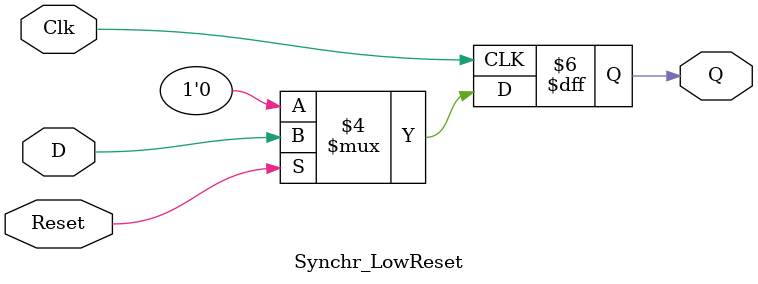
<source format=v>
`timescale 1ns / 1ps


module Synchr_LowReset(
    input D,
    input Clk,
    input Reset,
    output reg Q
    );
    
    always @(posedge Clk)
        if(!Reset)
            Q <= 1'b0;
        else 
            Q <= D;    
    
endmodule

</source>
